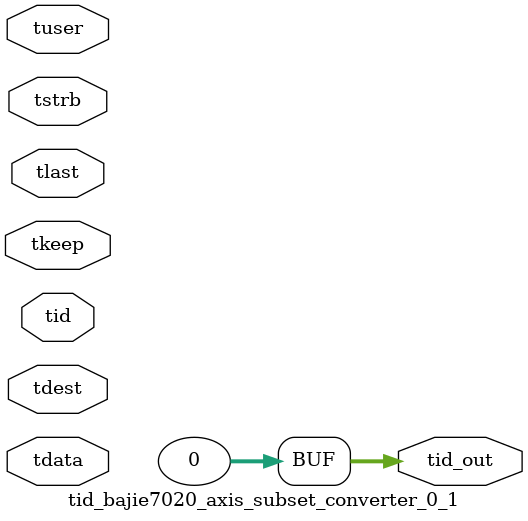
<source format=v>


`timescale 1ps/1ps

module tid_bajie7020_axis_subset_converter_0_1 #
(
parameter C_S_AXIS_TID_WIDTH   = 1,
parameter C_S_AXIS_TUSER_WIDTH = 0,
parameter C_S_AXIS_TDATA_WIDTH = 0,
parameter C_S_AXIS_TDEST_WIDTH = 0,
parameter C_M_AXIS_TID_WIDTH   = 32
)
(
input  [(C_S_AXIS_TID_WIDTH   == 0 ? 1 : C_S_AXIS_TID_WIDTH)-1:0       ] tid,
input  [(C_S_AXIS_TDATA_WIDTH == 0 ? 1 : C_S_AXIS_TDATA_WIDTH)-1:0     ] tdata,
input  [(C_S_AXIS_TUSER_WIDTH == 0 ? 1 : C_S_AXIS_TUSER_WIDTH)-1:0     ] tuser,
input  [(C_S_AXIS_TDEST_WIDTH == 0 ? 1 : C_S_AXIS_TDEST_WIDTH)-1:0     ] tdest,
input  [(C_S_AXIS_TDATA_WIDTH/8)-1:0 ] tkeep,
input  [(C_S_AXIS_TDATA_WIDTH/8)-1:0 ] tstrb,
input                                                                    tlast,
output [(C_M_AXIS_TID_WIDTH   == 0 ? 1 : C_M_AXIS_TID_WIDTH)-1:0       ] tid_out
);

assign tid_out = {1'b0};

endmodule


</source>
